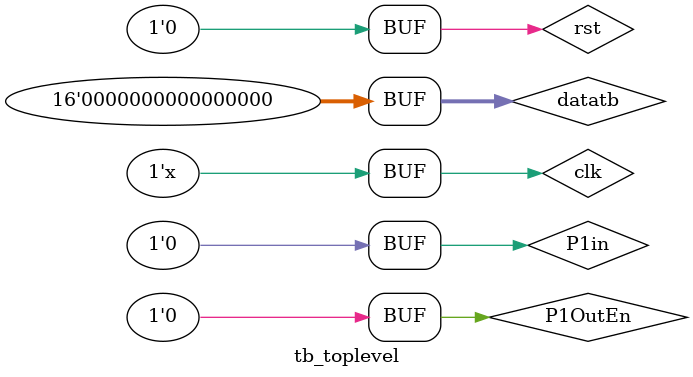
<source format=v>
`timescale 10ns/1ns
module tb_toplevel;
  reg clk, rst;
  reg [15:0] datatb;
  reg P1in,P1OutEn;
  wire [15:0] p0tobuff;
  
  
toplevelv5 juju (clk,rst,datatb,P1in,P1OutEn,p0tobuff);
initial begin 
  
             clk=0;
             rst=0;
             datatb=16'b0;
             P1in=0;
             P1OutEn=0;
             #7 rst = 1;
             #7 rst=0;
           end
         
    always #5 clk=~clk;



endmodule
</source>
